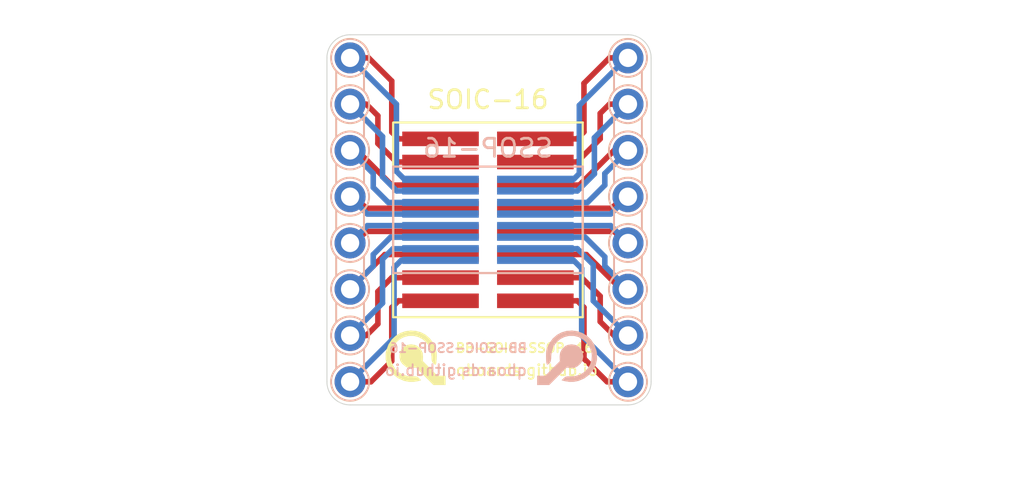
<source format=kicad_pcb>
(kicad_pcb (version 20171130) (host pcbnew "(5.1.2)-1")

  (general
    (thickness 1.2)
    (drawings 9)
    (tracks 122)
    (zones 0)
    (modules 7)
    (nets 17)
  )

  (page A4)
  (title_block
    (title BRD-REF)
    (rev 1)
    (company QBoards)
    (comment 1 "Description of the board")
  )

  (layers
    (0 F.Cu signal)
    (31 B.Cu signal)
    (32 B.Adhes user)
    (33 F.Adhes user)
    (34 B.Paste user)
    (35 F.Paste user)
    (36 B.SilkS user)
    (37 F.SilkS user)
    (38 B.Mask user)
    (39 F.Mask user)
    (40 Dwgs.User user)
    (41 Cmts.User user)
    (42 Eco1.User user)
    (43 Eco2.User user)
    (44 Edge.Cuts user)
    (45 Margin user)
    (46 B.CrtYd user)
    (47 F.CrtYd user)
    (48 B.Fab user)
    (49 F.Fab user hide)
  )

  (setup
    (last_trace_width 0.3048)
    (trace_clearance 0.2032)
    (zone_clearance 0.508)
    (zone_45_only no)
    (trace_min 0.1524)
    (via_size 0.8)
    (via_drill 0.4)
    (via_min_size 0.4)
    (via_min_drill 0.3048)
    (uvia_size 0.3)
    (uvia_drill 0.1)
    (uvias_allowed no)
    (uvia_min_size 0.2)
    (uvia_min_drill 0.1)
    (edge_width 0.05)
    (segment_width 0.2)
    (pcb_text_width 0.3)
    (pcb_text_size 1.5 1.5)
    (mod_edge_width 0.12)
    (mod_text_size 1 1)
    (mod_text_width 0.15)
    (pad_size 1.524 1.524)
    (pad_drill 0.762)
    (pad_to_mask_clearance 0.051)
    (solder_mask_min_width 0.25)
    (aux_axis_origin 0 0)
    (visible_elements 7FFFFFFF)
    (pcbplotparams
      (layerselection 0x010fc_ffffffff)
      (usegerberextensions false)
      (usegerberattributes false)
      (usegerberadvancedattributes false)
      (creategerberjobfile false)
      (excludeedgelayer true)
      (linewidth 0.100000)
      (plotframeref false)
      (viasonmask false)
      (mode 1)
      (useauxorigin false)
      (hpglpennumber 1)
      (hpglpenspeed 20)
      (hpglpendiameter 15.000000)
      (psnegative false)
      (psa4output false)
      (plotreference true)
      (plotvalue true)
      (plotinvisibletext false)
      (padsonsilk false)
      (subtractmaskfromsilk false)
      (outputformat 1)
      (mirror false)
      (drillshape 0)
      (scaleselection 1)
      (outputdirectory "output/"))
  )

  (net 0 "")
  (net 1 "Net-(J1-Pad7)")
  (net 2 "Net-(J1-Pad6)")
  (net 3 "Net-(J1-Pad5)")
  (net 4 "Net-(J1-Pad4)")
  (net 5 "Net-(J1-Pad3)")
  (net 6 "Net-(J1-Pad2)")
  (net 7 "Net-(J1-Pad1)")
  (net 8 "Net-(J1-Pad8)")
  (net 9 "Net-(J2-Pad8)")
  (net 10 "Net-(J2-Pad1)")
  (net 11 "Net-(J2-Pad2)")
  (net 12 "Net-(J2-Pad3)")
  (net 13 "Net-(J2-Pad4)")
  (net 14 "Net-(J2-Pad5)")
  (net 15 "Net-(J2-Pad6)")
  (net 16 "Net-(J2-Pad7)")

  (net_class Default "This is the default net class."
    (clearance 0.2032)
    (trace_width 0.3048)
    (via_dia 0.8)
    (via_drill 0.4)
    (uvia_dia 0.3)
    (uvia_drill 0.1)
    (add_net "Net-(J1-Pad1)")
    (add_net "Net-(J1-Pad2)")
    (add_net "Net-(J1-Pad3)")
    (add_net "Net-(J1-Pad4)")
    (add_net "Net-(J1-Pad5)")
    (add_net "Net-(J1-Pad6)")
    (add_net "Net-(J1-Pad7)")
    (add_net "Net-(J1-Pad8)")
    (add_net "Net-(J2-Pad1)")
    (add_net "Net-(J2-Pad2)")
    (add_net "Net-(J2-Pad3)")
    (add_net "Net-(J2-Pad4)")
    (add_net "Net-(J2-Pad5)")
    (add_net "Net-(J2-Pad6)")
    (add_net "Net-(J2-Pad7)")
    (add_net "Net-(J2-Pad8)")
  )

  (net_class Minimal ""
    (clearance 0.1524)
    (trace_width 0.1524)
    (via_dia 0.8)
    (via_drill 0.4)
    (uvia_dia 0.3)
    (uvia_drill 0.1)
  )

  (module qboards_connectors:PinHeader_1x08_P2.54mm_Vertical_dual locked (layer F.Cu) (tedit 5DA322A8) (tstamp 5DA236B3)
    (at 114.3 91.44)
    (descr "Through hole straight pin header, 1x07, 2.54mm pitch, single row")
    (tags "Through hole pin header THT 1x07 2.54mm single row")
    (path /5DA1B593)
    (fp_text reference J1 (at -0.0508 -1.8288) (layer F.SilkS) hide
      (effects (font (size 0.6 0.6) (thickness 0.1)))
    )
    (fp_text value Conn_01x08_Male (at 0 20.11) (layer B.Fab)
      (effects (font (size 1 1) (thickness 0.15)) (justify mirror))
    )
    (fp_line (start 0.762 15.9766) (end 0.762 17.0434) (layer B.SilkS) (width 0.1))
    (fp_line (start 0.762 13.4366) (end 0.762 14.5034) (layer B.SilkS) (width 0.1))
    (fp_line (start 0.762 10.8966) (end 0.762 11.9634) (layer B.SilkS) (width 0.1))
    (fp_line (start 0.762 8.3566) (end 0.762 9.4234) (layer B.SilkS) (width 0.1))
    (fp_line (start 0.762 5.8166) (end 0.762 6.8834) (layer B.SilkS) (width 0.1))
    (fp_line (start 0.762 3.2766) (end 0.762 4.3434) (layer B.SilkS) (width 0.1))
    (fp_line (start -0.762 15.9766) (end -0.762 17.0434) (layer B.SilkS) (width 0.1))
    (fp_line (start -0.762 13.4366) (end -0.762 14.5034) (layer B.SilkS) (width 0.1))
    (fp_line (start -0.762 10.8966) (end -0.762 11.9634) (layer B.SilkS) (width 0.1))
    (fp_line (start -0.762 8.3566) (end -0.762 9.4234) (layer B.SilkS) (width 0.1))
    (fp_line (start -0.762 5.8166) (end -0.762 6.8834) (layer B.SilkS) (width 0.1))
    (fp_line (start -0.762 3.2766) (end -0.762 4.3434) (layer B.SilkS) (width 0.1))
    (fp_circle (center 0 17.78) (end 0.0254 16.7386) (layer B.SilkS) (width 0.1))
    (fp_circle (center 0 15.24) (end 0.0254 14.1986) (layer B.SilkS) (width 0.1))
    (fp_circle (center 0 12.7) (end 0.0254 11.6586) (layer B.SilkS) (width 0.1))
    (fp_circle (center 0 10.16) (end 0.0254 9.1186) (layer B.SilkS) (width 0.1))
    (fp_circle (center 0 7.62) (end 0.0254 6.5786) (layer B.SilkS) (width 0.1))
    (fp_circle (center 0 5.08) (end 0.0254 4.0386) (layer B.SilkS) (width 0.1))
    (fp_circle (center 0 2.54) (end 0.0254 1.4986) (layer B.SilkS) (width 0.1))
    (fp_line (start 0.762 0.7366) (end 0.762 1.8034) (layer B.SilkS) (width 0.1))
    (fp_line (start -0.762 0.7366) (end -0.762 1.8034) (layer B.SilkS) (width 0.1))
    (fp_circle (center 0 0) (end 0.0254 -1.0414) (layer B.SilkS) (width 0.1))
    (fp_line (start -0.762 16.002) (end -0.762 17.018) (layer F.SilkS) (width 0.1))
    (fp_line (start 0.762 16.002) (end 0.762 17.018) (layer F.SilkS) (width 0.1))
    (fp_circle (center 0 17.78) (end 0.8128 18.4404) (layer F.SilkS) (width 0.1))
    (fp_line (start -1.27 19.05) (end 1.27 19.05) (layer B.CrtYd) (width 0.12))
    (fp_line (start -1.27 -1.26) (end -1.27 19.05) (layer B.CrtYd) (width 0.12))
    (fp_line (start 1.27 -1.26) (end -1.27 -1.26) (layer B.CrtYd) (width 0.12))
    (fp_line (start 1.27 19.05) (end 1.27 -1.26) (layer B.CrtYd) (width 0.12))
    (fp_line (start -0.762 13.462) (end -0.762 14.478) (layer F.SilkS) (width 0.1))
    (fp_line (start -0.762 10.922) (end -0.762 11.938) (layer F.SilkS) (width 0.1))
    (fp_line (start -0.762 8.382) (end -0.762 9.398) (layer F.SilkS) (width 0.1))
    (fp_line (start -0.762 5.842) (end -0.762 6.858) (layer F.SilkS) (width 0.1))
    (fp_line (start -0.762 3.302) (end -0.762 4.318) (layer F.SilkS) (width 0.1))
    (fp_line (start 0.762 13.462) (end 0.762 14.478) (layer F.SilkS) (width 0.1))
    (fp_line (start 0.762 10.922) (end 0.762 11.938) (layer F.SilkS) (width 0.1))
    (fp_line (start 0.762 8.382) (end 0.762 9.398) (layer F.SilkS) (width 0.1))
    (fp_line (start 0.762 5.842) (end 0.762 6.858) (layer F.SilkS) (width 0.1))
    (fp_line (start 0.762 3.302) (end 0.762 4.318) (layer F.SilkS) (width 0.1))
    (fp_line (start 0.762 0.762) (end 0.762 1.778) (layer F.SilkS) (width 0.1))
    (fp_line (start -0.762 0.762) (end -0.762 1.778) (layer F.SilkS) (width 0.1))
    (fp_circle (center 0 15.24) (end 0.8128 15.9004) (layer F.SilkS) (width 0.1))
    (fp_circle (center 0 12.7) (end 0.8128 13.3604) (layer F.SilkS) (width 0.1))
    (fp_circle (center 0 10.16) (end 0.8128 10.8204) (layer F.SilkS) (width 0.1))
    (fp_circle (center 0 7.62) (end 0.8128 8.2804) (layer F.SilkS) (width 0.1))
    (fp_circle (center 0 5.08) (end 0.8128 5.7404) (layer F.SilkS) (width 0.1))
    (fp_circle (center 0 2.54) (end 0.8128 3.2004) (layer F.SilkS) (width 0.1))
    (fp_circle (center 0 0) (end 0.8128 0.6604) (layer F.SilkS) (width 0.1))
    (fp_line (start -0.635 -1.27) (end 1.27 -1.27) (layer B.Fab) (width 0.1))
    (fp_line (start 1.27 -1.27) (end 1.27 19.05) (layer B.Fab) (width 0.1))
    (fp_line (start 1.27 19.05) (end -1.27 19.05) (layer B.Fab) (width 0.1))
    (fp_line (start -1.27 19.05) (end -1.27 -0.635) (layer B.Fab) (width 0.1))
    (fp_line (start -1.27 -0.635) (end -0.635 -1.27) (layer B.Fab) (width 0.1))
    (fp_line (start -1.016 -1.016) (end -1.016 18.8214) (layer F.CrtYd) (width 0.05))
    (fp_line (start -1.016 18.8214) (end 1.016 18.8214) (layer F.CrtYd) (width 0.05))
    (fp_line (start 1.016 18.8214) (end 1.016 -1.016) (layer F.CrtYd) (width 0.05))
    (fp_line (start 1.016 -1.016) (end -1.016 -1.016) (layer F.CrtYd) (width 0.05))
    (fp_text user %R (at 0 7.62 90) (layer B.Fab)
      (effects (font (size 1 1) (thickness 0.15)) (justify mirror))
    )
    (pad 8 thru_hole oval (at 0 17.78) (size 1.7 1.7) (drill 1) (layers *.Cu *.Mask)
      (net 8 "Net-(J1-Pad8)"))
    (pad 1 thru_hole circle (at 0 0) (size 1.7 1.7) (drill 1) (layers *.Cu *.Mask)
      (net 7 "Net-(J1-Pad1)"))
    (pad 2 thru_hole oval (at 0 2.54) (size 1.7 1.7) (drill 1) (layers *.Cu *.Mask)
      (net 6 "Net-(J1-Pad2)"))
    (pad 3 thru_hole oval (at 0 5.08) (size 1.7 1.7) (drill 1) (layers *.Cu *.Mask)
      (net 5 "Net-(J1-Pad3)"))
    (pad 4 thru_hole oval (at 0 7.62) (size 1.7 1.7) (drill 1) (layers *.Cu *.Mask)
      (net 4 "Net-(J1-Pad4)"))
    (pad 5 thru_hole oval (at 0 10.16) (size 1.7 1.7) (drill 1) (layers *.Cu *.Mask)
      (net 3 "Net-(J1-Pad5)"))
    (pad 6 thru_hole oval (at 0 12.7) (size 1.7 1.7) (drill 1) (layers *.Cu *.Mask)
      (net 2 "Net-(J1-Pad6)"))
    (pad 7 thru_hole oval (at 0 15.24) (size 1.7 1.7) (drill 1) (layers *.Cu *.Mask)
      (net 1 "Net-(J1-Pad7)"))
    (model ${KISYS3DMOD}/Connector_PinHeader_2.54mm.3dshapes/PinHeader_1x08_P2.54mm_Vertical.wrl
      (offset (xyz 0 0 -2))
      (scale (xyz 1 1 1))
      (rotate (xyz 0 180 0))
    )
  )

  (module qboards_connectors:PinHeader_1x08_P2.54mm_Vertical_dual locked (layer F.Cu) (tedit 5DA322A8) (tstamp 5DA236EC)
    (at 129.54 109.22 180)
    (descr "Through hole straight pin header, 1x07, 2.54mm pitch, single row")
    (tags "Through hole pin header THT 1x07 2.54mm single row")
    (path /5DA1BEAE)
    (fp_text reference J2 (at -0.0508 -1.8288) (layer F.SilkS) hide
      (effects (font (size 0.6 0.6) (thickness 0.1)))
    )
    (fp_text value Conn_01x08_Male (at 0 20.11) (layer B.Fab)
      (effects (font (size 1 1) (thickness 0.15)) (justify mirror))
    )
    (fp_line (start 0.762 15.9766) (end 0.762 17.0434) (layer B.SilkS) (width 0.1))
    (fp_line (start 0.762 13.4366) (end 0.762 14.5034) (layer B.SilkS) (width 0.1))
    (fp_line (start 0.762 10.8966) (end 0.762 11.9634) (layer B.SilkS) (width 0.1))
    (fp_line (start 0.762 8.3566) (end 0.762 9.4234) (layer B.SilkS) (width 0.1))
    (fp_line (start 0.762 5.8166) (end 0.762 6.8834) (layer B.SilkS) (width 0.1))
    (fp_line (start 0.762 3.2766) (end 0.762 4.3434) (layer B.SilkS) (width 0.1))
    (fp_line (start -0.762 15.9766) (end -0.762 17.0434) (layer B.SilkS) (width 0.1))
    (fp_line (start -0.762 13.4366) (end -0.762 14.5034) (layer B.SilkS) (width 0.1))
    (fp_line (start -0.762 10.8966) (end -0.762 11.9634) (layer B.SilkS) (width 0.1))
    (fp_line (start -0.762 8.3566) (end -0.762 9.4234) (layer B.SilkS) (width 0.1))
    (fp_line (start -0.762 5.8166) (end -0.762 6.8834) (layer B.SilkS) (width 0.1))
    (fp_line (start -0.762 3.2766) (end -0.762 4.3434) (layer B.SilkS) (width 0.1))
    (fp_circle (center 0 17.78) (end 0.0254 16.7386) (layer B.SilkS) (width 0.1))
    (fp_circle (center 0 15.24) (end 0.0254 14.1986) (layer B.SilkS) (width 0.1))
    (fp_circle (center 0 12.7) (end 0.0254 11.6586) (layer B.SilkS) (width 0.1))
    (fp_circle (center 0 10.16) (end 0.0254 9.1186) (layer B.SilkS) (width 0.1))
    (fp_circle (center 0 7.62) (end 0.0254 6.5786) (layer B.SilkS) (width 0.1))
    (fp_circle (center 0 5.08) (end 0.0254 4.0386) (layer B.SilkS) (width 0.1))
    (fp_circle (center 0 2.54) (end 0.0254 1.4986) (layer B.SilkS) (width 0.1))
    (fp_line (start 0.762 0.7366) (end 0.762 1.8034) (layer B.SilkS) (width 0.1))
    (fp_line (start -0.762 0.7366) (end -0.762 1.8034) (layer B.SilkS) (width 0.1))
    (fp_circle (center 0 0) (end 0.0254 -1.0414) (layer B.SilkS) (width 0.1))
    (fp_line (start -0.762 16.002) (end -0.762 17.018) (layer F.SilkS) (width 0.1))
    (fp_line (start 0.762 16.002) (end 0.762 17.018) (layer F.SilkS) (width 0.1))
    (fp_circle (center 0 17.78) (end 0.8128 18.4404) (layer F.SilkS) (width 0.1))
    (fp_line (start -1.27 19.05) (end 1.27 19.05) (layer B.CrtYd) (width 0.12))
    (fp_line (start -1.27 -1.26) (end -1.27 19.05) (layer B.CrtYd) (width 0.12))
    (fp_line (start 1.27 -1.26) (end -1.27 -1.26) (layer B.CrtYd) (width 0.12))
    (fp_line (start 1.27 19.05) (end 1.27 -1.26) (layer B.CrtYd) (width 0.12))
    (fp_line (start -0.762 13.462) (end -0.762 14.478) (layer F.SilkS) (width 0.1))
    (fp_line (start -0.762 10.922) (end -0.762 11.938) (layer F.SilkS) (width 0.1))
    (fp_line (start -0.762 8.382) (end -0.762 9.398) (layer F.SilkS) (width 0.1))
    (fp_line (start -0.762 5.842) (end -0.762 6.858) (layer F.SilkS) (width 0.1))
    (fp_line (start -0.762 3.302) (end -0.762 4.318) (layer F.SilkS) (width 0.1))
    (fp_line (start 0.762 13.462) (end 0.762 14.478) (layer F.SilkS) (width 0.1))
    (fp_line (start 0.762 10.922) (end 0.762 11.938) (layer F.SilkS) (width 0.1))
    (fp_line (start 0.762 8.382) (end 0.762 9.398) (layer F.SilkS) (width 0.1))
    (fp_line (start 0.762 5.842) (end 0.762 6.858) (layer F.SilkS) (width 0.1))
    (fp_line (start 0.762 3.302) (end 0.762 4.318) (layer F.SilkS) (width 0.1))
    (fp_line (start 0.762 0.762) (end 0.762 1.778) (layer F.SilkS) (width 0.1))
    (fp_line (start -0.762 0.762) (end -0.762 1.778) (layer F.SilkS) (width 0.1))
    (fp_circle (center 0 15.24) (end 0.8128 15.9004) (layer F.SilkS) (width 0.1))
    (fp_circle (center 0 12.7) (end 0.8128 13.3604) (layer F.SilkS) (width 0.1))
    (fp_circle (center 0 10.16) (end 0.8128 10.8204) (layer F.SilkS) (width 0.1))
    (fp_circle (center 0 7.62) (end 0.8128 8.2804) (layer F.SilkS) (width 0.1))
    (fp_circle (center 0 5.08) (end 0.8128 5.7404) (layer F.SilkS) (width 0.1))
    (fp_circle (center 0 2.54) (end 0.8128 3.2004) (layer F.SilkS) (width 0.1))
    (fp_circle (center 0 0) (end 0.8128 0.6604) (layer F.SilkS) (width 0.1))
    (fp_line (start -0.635 -1.27) (end 1.27 -1.27) (layer B.Fab) (width 0.1))
    (fp_line (start 1.27 -1.27) (end 1.27 19.05) (layer B.Fab) (width 0.1))
    (fp_line (start 1.27 19.05) (end -1.27 19.05) (layer B.Fab) (width 0.1))
    (fp_line (start -1.27 19.05) (end -1.27 -0.635) (layer B.Fab) (width 0.1))
    (fp_line (start -1.27 -0.635) (end -0.635 -1.27) (layer B.Fab) (width 0.1))
    (fp_line (start -1.016 -1.016) (end -1.016 18.8214) (layer F.CrtYd) (width 0.05))
    (fp_line (start -1.016 18.8214) (end 1.016 18.8214) (layer F.CrtYd) (width 0.05))
    (fp_line (start 1.016 18.8214) (end 1.016 -1.016) (layer F.CrtYd) (width 0.05))
    (fp_line (start 1.016 -1.016) (end -1.016 -1.016) (layer F.CrtYd) (width 0.05))
    (fp_text user %R (at 0 7.62 90) (layer B.Fab)
      (effects (font (size 1 1) (thickness 0.15)) (justify mirror))
    )
    (pad 8 thru_hole oval (at 0 17.78 180) (size 1.7 1.7) (drill 1) (layers *.Cu *.Mask)
      (net 9 "Net-(J2-Pad8)"))
    (pad 1 thru_hole circle (at 0 0 180) (size 1.7 1.7) (drill 1) (layers *.Cu *.Mask)
      (net 10 "Net-(J2-Pad1)"))
    (pad 2 thru_hole oval (at 0 2.54 180) (size 1.7 1.7) (drill 1) (layers *.Cu *.Mask)
      (net 11 "Net-(J2-Pad2)"))
    (pad 3 thru_hole oval (at 0 5.08 180) (size 1.7 1.7) (drill 1) (layers *.Cu *.Mask)
      (net 12 "Net-(J2-Pad3)"))
    (pad 4 thru_hole oval (at 0 7.62 180) (size 1.7 1.7) (drill 1) (layers *.Cu *.Mask)
      (net 13 "Net-(J2-Pad4)"))
    (pad 5 thru_hole oval (at 0 10.16 180) (size 1.7 1.7) (drill 1) (layers *.Cu *.Mask)
      (net 14 "Net-(J2-Pad5)"))
    (pad 6 thru_hole oval (at 0 12.7 180) (size 1.7 1.7) (drill 1) (layers *.Cu *.Mask)
      (net 15 "Net-(J2-Pad6)"))
    (pad 7 thru_hole oval (at 0 15.24 180) (size 1.7 1.7) (drill 1) (layers *.Cu *.Mask)
      (net 16 "Net-(J2-Pad7)"))
    (model ${KISYS3DMOD}/Connector_PinHeader_2.54mm.3dshapes/PinHeader_1x08_P2.54mm_Vertical.wrl
      (offset (xyz 0 0 -2))
      (scale (xyz 1 1 1))
      (rotate (xyz 0 180 0))
    )
  )

  (module qboards_aesthetics:logo_url-3mm (layer F.Cu) (tedit 5CF579B1) (tstamp 5DA43827)
    (at 117.602 107.823)
    (fp_text reference BB-SOIC-SSOP-16 (at 2.4384 -0.4572) (layer F.SilkS)
      (effects (font (size 0.5 0.5) (thickness 0.1)) (justify left))
    )
    (fp_text value LOGO_BRD_REF (at 0 2.3622) (layer F.SilkS) hide
      (effects (font (size 0.6 0.6) (thickness 0.1)))
    )
    (fp_poly (pts (xy 0.229107 -0.630267) (xy 0.384132 -0.565267) (xy 0.392712 -0.559141) (xy 0.571873 -0.387566)
      (xy 0.671563 -0.193924) (xy 0.695785 0.029709) (xy 0.695247 0.039303) (xy 0.681566 0.260639)
      (xy 1.082897 0.66372) (xy 1.484227 1.0668) (xy 1.9304 1.0668) (xy 1.9304 1.5748)
      (xy 1.272852 1.5748) (xy 0.794695 1.095283) (xy 0.316537 0.615765) (xy 0.096885 0.633387)
      (xy -0.056582 0.636172) (xy -0.169617 0.608257) (xy -0.267041 0.551988) (xy -0.441484 0.406408)
      (xy -0.543765 0.250165) (xy -0.585771 0.062377) (xy -0.588434 -0.0127) (xy -0.563995 -0.217089)
      (xy -0.482479 -0.383076) (xy -0.331592 -0.533767) (xy -0.296964 -0.560417) (xy -0.146721 -0.627908)
      (xy 0.040396 -0.651169) (xy 0.229107 -0.630267)) (layer F.SilkS) (width 0.01))
    (fp_poly (pts (xy 0.301751 -1.394461) (xy 0.582667 -1.316111) (xy 0.844161 -1.176542) (xy 1.075553 -0.974514)
      (xy 1.266161 -0.708785) (xy 1.303875 -0.636973) (xy 1.37773 -0.475836) (xy 1.419998 -0.342842)
      (xy 1.439126 -0.20029) (xy 1.443566 -0.013664) (xy 1.439594 0.157438) (xy 1.429078 0.303015)
      (xy 1.414115 0.396238) (xy 1.410711 0.406392) (xy 1.383931 0.456332) (xy 1.348489 0.45341)
      (xy 1.279461 0.394371) (xy 1.273128 0.388429) (xy 1.21484 0.321997) (xy 1.182885 0.243632)
      (xy 1.169652 0.126196) (xy 1.16747 0.011671) (xy 1.130012 -0.29018) (xy 1.02716 -0.553497)
      (xy 0.869991 -0.773577) (xy 0.669584 -0.945712) (xy 0.437018 -1.065199) (xy 0.183372 -1.127332)
      (xy -0.080277 -1.127405) (xy -0.342849 -1.060714) (xy -0.593266 -0.922552) (xy -0.738616 -0.797882)
      (xy -0.922376 -0.561969) (xy -1.032169 -0.306442) (xy -1.072891 -0.042499) (xy -1.049439 0.218666)
      (xy -0.966708 0.465853) (xy -0.829594 0.687868) (xy -0.642992 0.873513) (xy -0.411797 1.011592)
      (xy -0.140906 1.090908) (xy 0.09333 1.104832) (xy 0.248968 1.102978) (xy 0.34842 1.116252)
      (xy 0.419803 1.151909) (xy 0.478353 1.204178) (xy 0.587693 1.313518) (xy 0.422963 1.359256)
      (xy 0.178868 1.397375) (xy -0.090528 1.392549) (xy -0.338117 1.345713) (xy -0.343492 1.344052)
      (xy -0.660977 1.204782) (xy -0.925946 1.007348) (xy -1.132568 0.76185) (xy -1.275016 0.47839)
      (xy -1.347458 0.167068) (xy -1.344068 -0.162016) (xy -1.311358 -0.333052) (xy -1.193529 -0.648479)
      (xy -1.020362 -0.911375) (xy -0.802536 -1.1205) (xy -0.550731 -1.274612) (xy -0.275628 -1.372471)
      (xy 0.012092 -1.412834) (xy 0.301751 -1.394461)) (layer F.SilkS) (width 0.01))
    (fp_text user qboards.github.io (at 2.4384 0.762) (layer F.SilkS)
      (effects (font (size 0.6 0.6) (thickness 0.1)) (justify left))
    )
  )

  (module qboards_ic:SSOP-16 locked (layer B.Cu) (tedit 5DA3171F) (tstamp 5DA23726)
    (at 121.86 100.33 90)
    (path /5DA28B75)
    (attr smd)
    (fp_text reference SSOP-16 (at 3.937 0) (layer B.SilkS)
      (effects (font (size 1 1) (thickness 0.15)) (justify mirror))
    )
    (fp_text value IC-16 (at 0 0 270) (layer B.Fab)
      (effects (font (size 1 1) (thickness 0.15)) (justify mirror))
    )
    (fp_line (start -2.67 -4.95) (end -2.67 4.95) (layer B.CrtYd) (width 0.05))
    (fp_line (start 2.67 -4.95) (end -2.67 -4.95) (layer B.CrtYd) (width 0.05))
    (fp_line (start 2.67 4.95) (end 2.67 -4.95) (layer B.CrtYd) (width 0.05))
    (fp_line (start -2.67 4.95) (end 2.67 4.95) (layer B.CrtYd) (width 0.05))
    (fp_line (start 2.9225 -5.2) (end -2.921 -5.2) (layer B.SilkS) (width 0.12))
    (fp_line (start 2.9225 5.2) (end 2.9225 -5.2) (layer B.SilkS) (width 0.12))
    (fp_line (start -2.9225 5.2) (end 2.9225 5.2) (layer B.SilkS) (width 0.12))
    (fp_line (start -2.921 -5.2) (end -2.9225 5.2) (layer B.SilkS) (width 0.12))
    (pad 8 smd rect (at 2.2225 -2.6 90) (size 0.4 4.2) (layers B.Cu B.Paste B.Mask)
      (net 7 "Net-(J1-Pad1)"))
    (pad 9 smd rect (at 2.2225 2.6 90) (size 0.4 4.2) (layers B.Cu B.Paste B.Mask)
      (net 9 "Net-(J2-Pad8)"))
    (pad 7 smd rect (at 1.5875 -2.6 90) (size 0.4 4.2) (layers B.Cu B.Paste B.Mask)
      (net 6 "Net-(J1-Pad2)"))
    (pad 10 smd rect (at 1.5875 2.6 90) (size 0.4 4.2) (layers B.Cu B.Paste B.Mask)
      (net 16 "Net-(J2-Pad7)"))
    (pad 6 smd rect (at 0.9525 -2.6 90) (size 0.4 4.2) (layers B.Cu B.Paste B.Mask)
      (net 5 "Net-(J1-Pad3)"))
    (pad 11 smd rect (at 0.9525 2.6 90) (size 0.4 4.2) (layers B.Cu B.Paste B.Mask)
      (net 15 "Net-(J2-Pad6)"))
    (pad 5 smd rect (at 0.3175 -2.6 90) (size 0.4 4.2) (layers B.Cu B.Paste B.Mask)
      (net 4 "Net-(J1-Pad4)"))
    (pad 12 smd rect (at 0.3175 2.6 90) (size 0.4 4.2) (layers B.Cu B.Paste B.Mask)
      (net 14 "Net-(J2-Pad5)"))
    (pad 4 smd rect (at -0.3175 -2.6 90) (size 0.4 4.2) (layers B.Cu B.Paste B.Mask)
      (net 3 "Net-(J1-Pad5)"))
    (pad 13 smd rect (at -0.3175 2.6 90) (size 0.4 4.2) (layers B.Cu B.Paste B.Mask)
      (net 13 "Net-(J2-Pad4)"))
    (pad 3 smd rect (at -0.9525 -2.6 90) (size 0.4 4.2) (layers B.Cu B.Paste B.Mask)
      (net 2 "Net-(J1-Pad6)"))
    (pad 14 smd rect (at -0.9525 2.6 90) (size 0.4 4.2) (layers B.Cu B.Paste B.Mask)
      (net 12 "Net-(J2-Pad3)"))
    (pad 2 smd rect (at -1.5875 -2.6 90) (size 0.4 4.2) (layers B.Cu B.Paste B.Mask)
      (net 1 "Net-(J1-Pad7)"))
    (pad 15 smd rect (at -1.5875 2.6 90) (size 0.4 4.2) (layers B.Cu B.Paste B.Mask)
      (net 11 "Net-(J2-Pad2)"))
    (pad 1 smd rect (at -2.2225 -2.6 90) (size 0.4 4.2) (layers B.Cu B.Paste B.Mask)
      (net 8 "Net-(J1-Pad8)"))
    (pad 16 smd rect (at -2.2225 2.6 90) (size 0.4 4.2) (layers B.Cu B.Paste B.Mask)
      (net 10 "Net-(J2-Pad1)"))
  )

  (module qboards_ic:SOIC-16 locked (layer F.Cu) (tedit 5DA3172B) (tstamp 5DA23709)
    (at 121.86 100.33 270)
    (path /5DA28275)
    (attr smd)
    (fp_text reference SOIC-16 (at -6.604 -0.0035) (layer F.SilkS)
      (effects (font (size 1 1) (thickness 0.15)))
    )
    (fp_text value IC-16 (at 0 0 90) (layer F.Fab)
      (effects (font (size 1 1) (thickness 0.15)))
    )
    (fp_line (start -5.1 4.95) (end -5.1 -4.95) (layer F.CrtYd) (width 0.05))
    (fp_line (start 5.1 4.95) (end -5.1 4.95) (layer F.CrtYd) (width 0.05))
    (fp_line (start 5.1 -4.95) (end 5.1 4.95) (layer F.CrtYd) (width 0.05))
    (fp_line (start -5.1 -4.95) (end 5.1 -4.95) (layer F.CrtYd) (width 0.05))
    (fp_line (start 5.345 5.2) (end -5.334 5.2) (layer F.SilkS) (width 0.12))
    (fp_line (start 5.345 -5.2) (end 5.345 5.2) (layer F.SilkS) (width 0.12))
    (fp_line (start -5.345 -5.2) (end 5.345 -5.2) (layer F.SilkS) (width 0.12))
    (fp_line (start -5.345 5.1816) (end -5.345 -5.2) (layer F.SilkS) (width 0.12))
    (pad 8 smd rect (at 4.445 2.6 270) (size 0.8 4.2) (layers F.Cu F.Paste F.Mask)
      (net 8 "Net-(J1-Pad8)"))
    (pad 9 smd rect (at 4.445 -2.6 270) (size 0.8 4.2) (layers F.Cu F.Paste F.Mask)
      (net 10 "Net-(J2-Pad1)"))
    (pad 7 smd rect (at 3.175 2.6 270) (size 0.8 4.2) (layers F.Cu F.Paste F.Mask)
      (net 1 "Net-(J1-Pad7)"))
    (pad 10 smd rect (at 3.175 -2.6 270) (size 0.8 4.2) (layers F.Cu F.Paste F.Mask)
      (net 11 "Net-(J2-Pad2)"))
    (pad 6 smd rect (at 1.905 2.6 270) (size 0.8 4.2) (layers F.Cu F.Paste F.Mask)
      (net 2 "Net-(J1-Pad6)"))
    (pad 11 smd rect (at 1.905 -2.6 270) (size 0.8 4.2) (layers F.Cu F.Paste F.Mask)
      (net 12 "Net-(J2-Pad3)"))
    (pad 5 smd rect (at 0.635 2.6 270) (size 0.8 4.2) (layers F.Cu F.Paste F.Mask)
      (net 3 "Net-(J1-Pad5)"))
    (pad 12 smd rect (at 0.635 -2.6 270) (size 0.8 4.2) (layers F.Cu F.Paste F.Mask)
      (net 13 "Net-(J2-Pad4)"))
    (pad 4 smd rect (at -0.635 2.6 270) (size 0.8 4.2) (layers F.Cu F.Paste F.Mask)
      (net 4 "Net-(J1-Pad4)"))
    (pad 13 smd rect (at -0.635 -2.6 270) (size 0.8 4.2) (layers F.Cu F.Paste F.Mask)
      (net 14 "Net-(J2-Pad5)"))
    (pad 3 smd rect (at -1.905 2.6 270) (size 0.8 4.2) (layers F.Cu F.Paste F.Mask)
      (net 5 "Net-(J1-Pad3)"))
    (pad 14 smd rect (at -1.905 -2.6 270) (size 0.8 4.2) (layers F.Cu F.Paste F.Mask)
      (net 15 "Net-(J2-Pad6)"))
    (pad 2 smd rect (at -3.175 2.6 270) (size 0.8 4.2) (layers F.Cu F.Paste F.Mask)
      (net 6 "Net-(J1-Pad2)"))
    (pad 15 smd rect (at -3.175 -2.6 270) (size 0.8 4.2) (layers F.Cu F.Paste F.Mask)
      (net 16 "Net-(J2-Pad7)"))
    (pad 1 smd rect (at -4.445 2.6 270) (size 0.8 4.2) (layers F.Cu F.Paste F.Mask)
      (net 7 "Net-(J1-Pad1)"))
    (pad 16 smd rect (at -4.445 -2.6 270) (size 0.8 4.2) (layers F.Cu F.Paste F.Mask)
      (net 9 "Net-(J2-Pad8)"))
  )

  (module qboards_aesthetics:breadboard-guide (layer F.Cu) (tedit 5CF80C42) (tstamp 5DA2C2B0)
    (at 99.06 91.44)
    (fp_text reference REF** (at 0.508 1.524 90) (layer F.SilkS) hide
      (effects (font (size 1 1) (thickness 0.15)))
    )
    (fp_text value breadboard-guide (at -5.08 11.43 90) (layer F.Fab) hide
      (effects (font (size 1 1) (thickness 0.15)))
    )
    (fp_line (start 52.07 24.13) (end 52.07 -1.27) (layer F.Fab) (width 0.3))
    (fp_line (start -3.81 24.13) (end -3.81 -1.27) (layer F.Fab) (width 0.3))
    (fp_circle (center 15.24 22.86) (end 15.763634 22.86) (layer F.Fab) (width 0.4))
    (fp_circle (center 15.24 20.32) (end 15.763634 20.32) (layer F.Fab) (width 0.4))
    (fp_circle (center 15.24 17.78) (end 15.763634 17.78) (layer F.Fab) (width 0.4))
    (fp_circle (center 15.24 15.24) (end 15.763634 15.24) (layer F.Fab) (width 0.4))
    (fp_circle (center 15.24 12.7) (end 15.763634 12.7) (layer F.Fab) (width 0.4))
    (fp_circle (center 15.24 10.16) (end 15.763634 10.16) (layer F.Fab) (width 0.4))
    (fp_circle (center 15.24 7.62) (end 15.763634 7.62) (layer F.Fab) (width 0.4))
    (fp_circle (center 15.24 5.08) (end 15.763634 5.08) (layer F.Fab) (width 0.4))
    (fp_circle (center 15.24 2.54) (end 15.763634 2.54) (layer F.Fab) (width 0.4))
    (fp_circle (center 27.94 22.86) (end 28.463634 22.86) (layer F.Fab) (width 0.4))
    (fp_circle (center 27.94 20.32) (end 28.463634 20.32) (layer F.Fab) (width 0.4))
    (fp_circle (center 27.94 17.78) (end 28.463634 17.78) (layer F.Fab) (width 0.4))
    (fp_circle (center 27.94 15.24) (end 28.463634 15.24) (layer F.Fab) (width 0.4))
    (fp_circle (center 27.94 12.7) (end 28.463634 12.7) (layer F.Fab) (width 0.4))
    (fp_circle (center 27.94 10.16) (end 28.463634 10.16) (layer F.Fab) (width 0.4))
    (fp_circle (center 27.94 7.62) (end 28.463634 7.62) (layer F.Fab) (width 0.4))
    (fp_circle (center 27.94 5.08) (end 28.463634 5.08) (layer F.Fab) (width 0.4))
    (fp_circle (center 27.94 2.54) (end 28.463634 2.54) (layer F.Fab) (width 0.4))
    (fp_circle (center 2.524366 22.86) (end 3.048 22.86) (layer F.Fab) (width 0.4))
    (fp_circle (center 2.524366 20.32) (end 3.048 20.32) (layer F.Fab) (width 0.4))
    (fp_circle (center 2.524366 17.78) (end 3.048 17.78) (layer F.Fab) (width 0.4))
    (fp_circle (center 2.524366 15.24) (end 3.048 15.24) (layer F.Fab) (width 0.4))
    (fp_circle (center 2.524366 12.7) (end 3.048 12.7) (layer F.Fab) (width 0.4))
    (fp_circle (center 2.524366 10.16) (end 3.048 10.16) (layer F.Fab) (width 0.4))
    (fp_circle (center 2.524366 7.62) (end 3.048 7.62) (layer F.Fab) (width 0.4))
    (fp_circle (center 2.524366 5.08) (end 3.048 5.08) (layer F.Fab) (width 0.4))
    (fp_circle (center 2.524366 2.54) (end 3.048 2.54) (layer F.Fab) (width 0.4))
    (fp_circle (center 12.7 22.86) (end 13.223634 22.86) (layer F.Fab) (width 0.4))
    (fp_circle (center 12.7 20.32) (end 13.223634 20.32) (layer F.Fab) (width 0.4))
    (fp_circle (center 12.7 17.78) (end 13.223634 17.78) (layer F.Fab) (width 0.4))
    (fp_circle (center 12.7 15.24) (end 13.223634 15.24) (layer F.Fab) (width 0.4))
    (fp_circle (center 12.7 12.7) (end 13.223634 12.7) (layer F.Fab) (width 0.4))
    (fp_circle (center 12.7 10.16) (end 13.223634 10.16) (layer F.Fab) (width 0.4))
    (fp_circle (center 12.7 7.62) (end 13.223634 7.62) (layer F.Fab) (width 0.4))
    (fp_circle (center 12.7 5.08) (end 13.223634 5.08) (layer F.Fab) (width 0.4))
    (fp_circle (center 12.7 2.54) (end 13.223634 2.54) (layer F.Fab) (width 0.4))
    (fp_circle (center 17.78 22.86) (end 18.303634 22.86) (layer F.Fab) (width 0.4))
    (fp_circle (center 17.78 20.32) (end 18.303634 20.32) (layer F.Fab) (width 0.4))
    (fp_circle (center 17.78 17.78) (end 18.303634 17.78) (layer F.Fab) (width 0.4))
    (fp_circle (center 17.78 15.24) (end 18.303634 15.24) (layer F.Fab) (width 0.4))
    (fp_circle (center 17.78 12.7) (end 18.303634 12.7) (layer F.Fab) (width 0.4))
    (fp_circle (center 17.78 10.16) (end 18.303634 10.16) (layer F.Fab) (width 0.4))
    (fp_circle (center 17.78 7.62) (end 18.303634 7.62) (layer F.Fab) (width 0.4))
    (fp_circle (center 17.78 5.08) (end 18.303634 5.08) (layer F.Fab) (width 0.4))
    (fp_circle (center 17.78 2.54) (end 18.303634 2.54) (layer F.Fab) (width 0.4))
    (fp_circle (center 48.244366 22.86) (end 48.768 22.86) (layer F.Fab) (width 0.4))
    (fp_circle (center 48.244366 20.32) (end 48.768 20.32) (layer F.Fab) (width 0.4))
    (fp_circle (center 48.244366 17.78) (end 48.768 17.78) (layer F.Fab) (width 0.4))
    (fp_circle (center 48.244366 15.24) (end 48.768 15.24) (layer F.Fab) (width 0.4))
    (fp_circle (center 48.244366 12.7) (end 48.768 12.7) (layer F.Fab) (width 0.4))
    (fp_circle (center 48.244366 10.16) (end 48.768 10.16) (layer F.Fab) (width 0.4))
    (fp_circle (center 48.244366 7.62) (end 48.768 7.62) (layer F.Fab) (width 0.4))
    (fp_circle (center 48.244366 5.08) (end 48.768 5.08) (layer F.Fab) (width 0.4))
    (fp_circle (center 48.244366 2.54) (end 48.768 2.54) (layer F.Fab) (width 0.4))
    (fp_circle (center 45.72 22.86) (end 46.243634 22.86) (layer F.Fab) (width 0.4))
    (fp_circle (center 45.72 20.32) (end 46.243634 20.32) (layer F.Fab) (width 0.4))
    (fp_circle (center 45.72 17.78) (end 46.243634 17.78) (layer F.Fab) (width 0.4))
    (fp_circle (center 45.72 15.24) (end 46.243634 15.24) (layer F.Fab) (width 0.4))
    (fp_circle (center 45.72 12.7) (end 46.243634 12.7) (layer F.Fab) (width 0.4))
    (fp_circle (center 45.72 10.16) (end 46.243634 10.16) (layer F.Fab) (width 0.4))
    (fp_circle (center 45.72 7.62) (end 46.243634 7.62) (layer F.Fab) (width 0.4))
    (fp_circle (center 45.72 5.08) (end 46.243634 5.08) (layer F.Fab) (width 0.4))
    (fp_circle (center 45.72 2.54) (end 46.243634 2.54) (layer F.Fab) (width 0.4))
    (fp_circle (center 0 22.86) (end 0.523634 22.86) (layer F.Fab) (width 0.4))
    (fp_circle (center 0 20.32) (end 0.523634 20.32) (layer F.Fab) (width 0.4))
    (fp_circle (center 0 17.78) (end 0.523634 17.78) (layer F.Fab) (width 0.4))
    (fp_circle (center 0 15.24) (end 0.523634 15.24) (layer F.Fab) (width 0.4))
    (fp_circle (center 0 12.7) (end 0.523634 12.7) (layer F.Fab) (width 0.4))
    (fp_circle (center 0 10.16) (end 0.523634 10.16) (layer F.Fab) (width 0.4))
    (fp_circle (center 0 7.62) (end 0.523634 7.62) (layer F.Fab) (width 0.4))
    (fp_circle (center 0 5.08) (end 0.523634 5.08) (layer F.Fab) (width 0.4))
    (fp_circle (center 0 2.54) (end 0.523634 2.54) (layer F.Fab) (width 0.4))
    (fp_circle (center 20.304366 22.86) (end 20.828 22.86) (layer F.Fab) (width 0.4))
    (fp_circle (center 20.304366 20.32) (end 20.828 20.32) (layer F.Fab) (width 0.4))
    (fp_circle (center 20.304366 17.78) (end 20.828 17.78) (layer F.Fab) (width 0.4))
    (fp_circle (center 20.304366 15.24) (end 20.828 15.24) (layer F.Fab) (width 0.4))
    (fp_circle (center 20.304366 12.7) (end 20.828 12.7) (layer F.Fab) (width 0.4))
    (fp_circle (center 20.304366 10.16) (end 20.828 10.16) (layer F.Fab) (width 0.4))
    (fp_circle (center 20.304366 7.62) (end 20.828 7.62) (layer F.Fab) (width 0.4))
    (fp_circle (center 20.304366 5.08) (end 20.828 5.08) (layer F.Fab) (width 0.4))
    (fp_circle (center 20.304366 2.54) (end 20.828 2.54) (layer F.Fab) (width 0.4))
    (fp_circle (center 10.16 22.86) (end 10.683634 22.86) (layer F.Fab) (width 0.4))
    (fp_circle (center 10.16 20.32) (end 10.683634 20.32) (layer F.Fab) (width 0.4))
    (fp_circle (center 10.16 17.78) (end 10.683634 17.78) (layer F.Fab) (width 0.4))
    (fp_circle (center 10.16 15.24) (end 10.683634 15.24) (layer F.Fab) (width 0.4))
    (fp_circle (center 10.16 12.7) (end 10.683634 12.7) (layer F.Fab) (width 0.4))
    (fp_circle (center 10.16 10.16) (end 10.683634 10.16) (layer F.Fab) (width 0.4))
    (fp_circle (center 10.16 7.62) (end 10.683634 7.62) (layer F.Fab) (width 0.4))
    (fp_circle (center 10.16 5.08) (end 10.683634 5.08) (layer F.Fab) (width 0.4))
    (fp_circle (center 10.16 2.54) (end 10.683634 2.54) (layer F.Fab) (width 0.4))
    (fp_circle (center 33.02 22.86) (end 33.543634 22.86) (layer F.Fab) (width 0.4))
    (fp_circle (center 33.02 20.32) (end 33.543634 20.32) (layer F.Fab) (width 0.4))
    (fp_circle (center 33.02 17.78) (end 33.543634 17.78) (layer F.Fab) (width 0.4))
    (fp_circle (center 33.02 15.24) (end 33.543634 15.24) (layer F.Fab) (width 0.4))
    (fp_circle (center 33.02 12.7) (end 33.543634 12.7) (layer F.Fab) (width 0.4))
    (fp_circle (center 33.02 10.16) (end 33.543634 10.16) (layer F.Fab) (width 0.4))
    (fp_circle (center 33.02 7.62) (end 33.543634 7.62) (layer F.Fab) (width 0.4))
    (fp_circle (center 33.02 5.08) (end 33.543634 5.08) (layer F.Fab) (width 0.4))
    (fp_circle (center 33.02 2.54) (end 33.543634 2.54) (layer F.Fab) (width 0.4))
    (fp_circle (center 30.48 22.86) (end 31.003634 22.86) (layer F.Fab) (width 0.4))
    (fp_circle (center 30.48 20.32) (end 31.003634 20.32) (layer F.Fab) (width 0.4))
    (fp_circle (center 30.48 17.78) (end 31.003634 17.78) (layer F.Fab) (width 0.4))
    (fp_circle (center 30.48 15.24) (end 31.003634 15.24) (layer F.Fab) (width 0.4))
    (fp_circle (center 30.48 12.7) (end 31.003634 12.7) (layer F.Fab) (width 0.4))
    (fp_circle (center 30.48 10.16) (end 31.003634 10.16) (layer F.Fab) (width 0.4))
    (fp_circle (center 30.48 7.62) (end 31.003634 7.62) (layer F.Fab) (width 0.4))
    (fp_circle (center 30.48 5.08) (end 31.003634 5.08) (layer F.Fab) (width 0.4))
    (fp_circle (center 30.48 2.54) (end 31.003634 2.54) (layer F.Fab) (width 0.4))
    (fp_circle (center 35.56 22.86) (end 36.083634 22.86) (layer F.Fab) (width 0.4))
    (fp_circle (center 35.56 20.32) (end 36.083634 20.32) (layer F.Fab) (width 0.4))
    (fp_circle (center 35.56 17.78) (end 36.083634 17.78) (layer F.Fab) (width 0.4))
    (fp_circle (center 35.56 15.24) (end 36.083634 15.24) (layer F.Fab) (width 0.4))
    (fp_circle (center 35.56 12.7) (end 36.083634 12.7) (layer F.Fab) (width 0.4))
    (fp_circle (center 35.56 10.16) (end 36.083634 10.16) (layer F.Fab) (width 0.4))
    (fp_circle (center 35.56 7.62) (end 36.083634 7.62) (layer F.Fab) (width 0.4))
    (fp_circle (center 35.56 5.08) (end 36.083634 5.08) (layer F.Fab) (width 0.4))
    (fp_circle (center 35.56 2.54) (end 36.083634 2.54) (layer F.Fab) (width 0.4))
    (fp_circle (center 38.084366 22.86) (end 38.608 22.86) (layer F.Fab) (width 0.4))
    (fp_circle (center 38.084366 20.32) (end 38.608 20.32) (layer F.Fab) (width 0.4))
    (fp_circle (center 38.084366 17.78) (end 38.608 17.78) (layer F.Fab) (width 0.4))
    (fp_circle (center 38.084366 15.24) (end 38.608 15.24) (layer F.Fab) (width 0.4))
    (fp_circle (center 38.084366 12.7) (end 38.608 12.7) (layer F.Fab) (width 0.4))
    (fp_circle (center 38.084366 10.16) (end 38.608 10.16) (layer F.Fab) (width 0.4))
    (fp_circle (center 38.084366 7.62) (end 38.608 7.62) (layer F.Fab) (width 0.4))
    (fp_circle (center 38.084366 5.08) (end 38.608 5.08) (layer F.Fab) (width 0.4))
    (fp_circle (center 38.084366 2.54) (end 38.608 2.54) (layer F.Fab) (width 0.4))
    (fp_circle (center 10.16 0) (end 10.683634 0) (layer F.Fab) (width 0.4))
    (fp_circle (center 15.24 0) (end 15.763634 0) (layer F.Fab) (width 0.4))
    (fp_circle (center 12.7 0) (end 13.223634 0) (layer F.Fab) (width 0.4))
    (fp_circle (center 17.78 0) (end 18.303634 0) (layer F.Fab) (width 0.4))
    (fp_circle (center 20.304366 0) (end 20.828 0) (layer F.Fab) (width 0.4))
    (fp_circle (center 2.524366 0) (end 3.048 0) (layer F.Fab) (width 0.4))
    (fp_circle (center 0 0) (end 0.523634 0) (layer F.Fab) (width 0.4))
    (fp_circle (center 45.72 0) (end 46.243634 0) (layer F.Fab) (width 0.4))
    (fp_circle (center 48.244366 0) (end 48.768 0) (layer F.Fab) (width 0.4))
    (fp_circle (center 27.94 0) (end 28.463634 0) (layer F.Fab) (width 0.4))
    (fp_circle (center 30.48 0) (end 31.003634 0) (layer F.Fab) (width 0.4))
    (fp_circle (center 33.02 0) (end 33.543634 0) (layer F.Fab) (width 0.4))
    (fp_circle (center 35.56 0) (end 36.083634 0) (layer F.Fab) (width 0.4))
    (fp_circle (center 38.084366 0) (end 38.608 0) (layer F.Fab) (width 0.4))
  )

  (module qboards_aesthetics:logo_url-3mm (layer B.Cu) (tedit 5CF579B1) (tstamp 5CF87F55)
    (at 126.492 107.823 180)
    (fp_text reference BB-SOIC-SSOP-16 (at 2.4384 0.4572) (layer B.SilkS)
      (effects (font (size 0.5 0.5) (thickness 0.1)) (justify left mirror))
    )
    (fp_text value LOGO_BRD_REF (at 0 -2.3622) (layer B.SilkS) hide
      (effects (font (size 0.6 0.6) (thickness 0.1)) (justify mirror))
    )
    (fp_text user qboards.github.io (at 2.4384 -0.762) (layer B.SilkS)
      (effects (font (size 0.6 0.6) (thickness 0.1)) (justify left mirror))
    )
    (fp_poly (pts (xy 0.301751 1.394461) (xy 0.582667 1.316111) (xy 0.844161 1.176542) (xy 1.075553 0.974514)
      (xy 1.266161 0.708785) (xy 1.303875 0.636973) (xy 1.37773 0.475836) (xy 1.419998 0.342842)
      (xy 1.439126 0.20029) (xy 1.443566 0.013664) (xy 1.439594 -0.157438) (xy 1.429078 -0.303015)
      (xy 1.414115 -0.396238) (xy 1.410711 -0.406392) (xy 1.383931 -0.456332) (xy 1.348489 -0.45341)
      (xy 1.279461 -0.394371) (xy 1.273128 -0.388429) (xy 1.21484 -0.321997) (xy 1.182885 -0.243632)
      (xy 1.169652 -0.126196) (xy 1.16747 -0.011671) (xy 1.130012 0.29018) (xy 1.02716 0.553497)
      (xy 0.869991 0.773577) (xy 0.669584 0.945712) (xy 0.437018 1.065199) (xy 0.183372 1.127332)
      (xy -0.080277 1.127405) (xy -0.342849 1.060714) (xy -0.593266 0.922552) (xy -0.738616 0.797882)
      (xy -0.922376 0.561969) (xy -1.032169 0.306442) (xy -1.072891 0.042499) (xy -1.049439 -0.218666)
      (xy -0.966708 -0.465853) (xy -0.829594 -0.687868) (xy -0.642992 -0.873513) (xy -0.411797 -1.011592)
      (xy -0.140906 -1.090908) (xy 0.09333 -1.104832) (xy 0.248968 -1.102978) (xy 0.34842 -1.116252)
      (xy 0.419803 -1.151909) (xy 0.478353 -1.204178) (xy 0.587693 -1.313518) (xy 0.422963 -1.359256)
      (xy 0.178868 -1.397375) (xy -0.090528 -1.392549) (xy -0.338117 -1.345713) (xy -0.343492 -1.344052)
      (xy -0.660977 -1.204782) (xy -0.925946 -1.007348) (xy -1.132568 -0.76185) (xy -1.275016 -0.47839)
      (xy -1.347458 -0.167068) (xy -1.344068 0.162016) (xy -1.311358 0.333052) (xy -1.193529 0.648479)
      (xy -1.020362 0.911375) (xy -0.802536 1.1205) (xy -0.550731 1.274612) (xy -0.275628 1.372471)
      (xy 0.012092 1.412834) (xy 0.301751 1.394461)) (layer B.SilkS) (width 0.01))
    (fp_poly (pts (xy 0.229107 0.630267) (xy 0.384132 0.565267) (xy 0.392712 0.559141) (xy 0.571873 0.387566)
      (xy 0.671563 0.193924) (xy 0.695785 -0.029709) (xy 0.695247 -0.039303) (xy 0.681566 -0.260639)
      (xy 1.082897 -0.66372) (xy 1.484227 -1.0668) (xy 1.9304 -1.0668) (xy 1.9304 -1.5748)
      (xy 1.272852 -1.5748) (xy 0.794695 -1.095283) (xy 0.316537 -0.615765) (xy 0.096885 -0.633387)
      (xy -0.056582 -0.636172) (xy -0.169617 -0.608257) (xy -0.267041 -0.551988) (xy -0.441484 -0.406408)
      (xy -0.543765 -0.250165) (xy -0.585771 -0.062377) (xy -0.588434 0.0127) (xy -0.563995 0.217089)
      (xy -0.482479 0.383076) (xy -0.331592 0.533767) (xy -0.296964 0.560417) (xy -0.146721 0.627908)
      (xy 0.040396 0.651169) (xy 0.229107 0.630267)) (layer B.SilkS) (width 0.01))
  )

  (gr_arc (start 129.54 109.22) (end 129.54 110.49) (angle -90) (layer Edge.Cuts) (width 0.05) (tstamp 5DA43B8B))
  (gr_arc (start 114.3 109.22) (end 113.03 109.22) (angle -90) (layer Edge.Cuts) (width 0.05) (tstamp 5DA43B88))
  (gr_arc (start 114.3 91.44) (end 114.3 90.17) (angle -90) (layer Edge.Cuts) (width 0.05) (tstamp 5DA43B85))
  (gr_arc (start 129.54 91.44) (end 130.81 91.44) (angle -90) (layer Edge.Cuts) (width 0.05))
  (gr_line (start 113.03 91.44) (end 113.03 109.22) (layer Edge.Cuts) (width 0.05) (tstamp 5DA41990))
  (gr_line (start 129.54 90.17) (end 114.3 90.17) (layer Edge.Cuts) (width 0.05))
  (gr_line (start 130.81 109.22) (end 130.81 91.44) (layer Edge.Cuts) (width 0.05))
  (gr_line (start 114.3 110.49) (end 129.54 110.49) (layer Edge.Cuts) (width 0.05))
  (gr_arc (start 143.129 85.598) (end 144.399 85.598) (angle -90) (layer F.Fab) (width 0.05))

  (segment (start 115.189 106.68) (end 114.3 106.68) (width 0.3048) (layer F.Cu) (net 1))
  (segment (start 115.824 106.045) (end 115.189 106.68) (width 0.3048) (layer F.Cu) (net 1))
  (segment (start 115.824 104.267) (end 115.824 106.045) (width 0.3048) (layer F.Cu) (net 1))
  (segment (start 119.26 103.505) (end 116.586 103.505) (width 0.3048) (layer F.Cu) (net 1))
  (segment (start 116.586 103.505) (end 115.824 104.267) (width 0.3048) (layer F.Cu) (net 1))
  (segment (start 116.078 104.902) (end 114.3 106.68) (width 0.3048) (layer B.Cu) (net 1))
  (segment (start 116.078 102.489) (end 116.078 104.902) (width 0.3048) (layer B.Cu) (net 1))
  (segment (start 119.26 101.9175) (end 116.6495 101.9175) (width 0.3048) (layer B.Cu) (net 1))
  (segment (start 116.6495 101.9175) (end 116.078 102.489) (width 0.3048) (layer B.Cu) (net 1))
  (segment (start 116.205 102.235) (end 114.3 104.14) (width 0.3048) (layer F.Cu) (net 2))
  (segment (start 119.26 102.235) (end 116.205 102.235) (width 0.3048) (layer F.Cu) (net 2))
  (segment (start 115.57 102.87) (end 114.3 104.14) (width 0.3048) (layer B.Cu) (net 2))
  (segment (start 115.57 102.235) (end 115.57 102.87) (width 0.3048) (layer B.Cu) (net 2))
  (segment (start 119.26 101.2825) (end 116.5225 101.2825) (width 0.3048) (layer B.Cu) (net 2))
  (segment (start 116.5225 101.2825) (end 115.57 102.235) (width 0.3048) (layer B.Cu) (net 2))
  (segment (start 114.554 101.6) (end 114.3 101.6) (width 0.3048) (layer F.Cu) (net 3))
  (segment (start 119.26 100.965) (end 115.189 100.965) (width 0.3048) (layer F.Cu) (net 3))
  (segment (start 115.189 100.965) (end 114.554 101.6) (width 0.3048) (layer F.Cu) (net 3))
  (segment (start 115.2525 100.6475) (end 114.3 101.6) (width 0.3048) (layer B.Cu) (net 3))
  (segment (start 119.26 100.6475) (end 115.2525 100.6475) (width 0.3048) (layer B.Cu) (net 3))
  (segment (start 114.554 99.06) (end 114.3 99.06) (width 0.3048) (layer F.Cu) (net 4))
  (segment (start 119.26 99.695) (end 115.189 99.695) (width 0.3048) (layer F.Cu) (net 4))
  (segment (start 115.189 99.695) (end 114.554 99.06) (width 0.3048) (layer F.Cu) (net 4))
  (segment (start 115.2525 100.0125) (end 114.3 99.06) (width 0.3048) (layer B.Cu) (net 4))
  (segment (start 119.26 100.0125) (end 115.2525 100.0125) (width 0.3048) (layer B.Cu) (net 4))
  (segment (start 114.681 96.52) (end 114.3 96.52) (width 0.3048) (layer F.Cu) (net 5))
  (segment (start 119.26 98.425) (end 116.586 98.425) (width 0.3048) (layer F.Cu) (net 5))
  (segment (start 116.586 98.425) (end 114.681 96.52) (width 0.3048) (layer F.Cu) (net 5))
  (segment (start 115.57 97.79) (end 114.3 96.52) (width 0.3048) (layer B.Cu) (net 5))
  (segment (start 115.57 98.552) (end 115.57 97.79) (width 0.3048) (layer B.Cu) (net 5))
  (segment (start 116.3955 99.3775) (end 115.57 98.552) (width 0.3048) (layer B.Cu) (net 5))
  (segment (start 119.26 99.3775) (end 116.3955 99.3775) (width 0.3048) (layer B.Cu) (net 5))
  (segment (start 115.189 93.98) (end 114.3 93.98) (width 0.3048) (layer F.Cu) (net 6))
  (segment (start 115.824 94.615) (end 115.189 93.98) (width 0.3048) (layer F.Cu) (net 6))
  (segment (start 115.824 96.139) (end 115.824 94.615) (width 0.3048) (layer F.Cu) (net 6))
  (segment (start 119.26 97.155) (end 116.84 97.155) (width 0.3048) (layer F.Cu) (net 6))
  (segment (start 116.84 97.155) (end 115.824 96.139) (width 0.3048) (layer F.Cu) (net 6))
  (segment (start 116.078011 95.758011) (end 115.149999 94.829999) (width 0.3048) (layer B.Cu) (net 6))
  (segment (start 115.149999 94.829999) (end 114.3 93.98) (width 0.3048) (layer B.Cu) (net 6))
  (segment (start 116.078011 97.965311) (end 116.078011 95.758011) (width 0.3048) (layer B.Cu) (net 6))
  (segment (start 116.8552 98.7425) (end 116.078011 97.965311) (width 0.3048) (layer B.Cu) (net 6))
  (segment (start 119.26 98.7425) (end 116.8552 98.7425) (width 0.3048) (layer B.Cu) (net 6))
  (segment (start 115.316 91.44) (end 114.3 91.44) (width 0.3048) (layer F.Cu) (net 7))
  (segment (start 116.586 92.71) (end 115.316 91.44) (width 0.3048) (layer F.Cu) (net 7))
  (segment (start 116.586 95.5142) (end 116.586 92.71) (width 0.3048) (layer F.Cu) (net 7))
  (segment (start 119.26 95.885) (end 116.9568 95.885) (width 0.3048) (layer F.Cu) (net 7))
  (segment (start 116.9568 95.885) (end 116.586 95.5142) (width 0.3048) (layer F.Cu) (net 7))
  (segment (start 116.84 93.98) (end 114.3 91.44) (width 0.3048) (layer B.Cu) (net 7))
  (segment (start 116.84 97.663) (end 116.84 93.98) (width 0.3048) (layer B.Cu) (net 7))
  (segment (start 119.26 98.1075) (end 117.2845 98.1075) (width 0.3048) (layer B.Cu) (net 7))
  (segment (start 117.2845 98.1075) (end 116.84 97.663) (width 0.3048) (layer B.Cu) (net 7))
  (segment (start 115.443 109.22) (end 114.3 109.22) (width 0.3048) (layer F.Cu) (net 8))
  (segment (start 116.586 108.077) (end 115.443 109.22) (width 0.3048) (layer F.Cu) (net 8))
  (segment (start 116.586 105.1458) (end 116.586 108.077) (width 0.3048) (layer F.Cu) (net 8))
  (segment (start 119.26 104.775) (end 116.9568 104.775) (width 0.3048) (layer F.Cu) (net 8))
  (segment (start 116.9568 104.775) (end 116.586 105.1458) (width 0.3048) (layer F.Cu) (net 8))
  (segment (start 116.713 106.807) (end 114.3 109.22) (width 0.3048) (layer B.Cu) (net 8))
  (segment (start 116.713 102.9455) (end 116.713 106.807) (width 0.3048) (layer B.Cu) (net 8))
  (segment (start 119.26 102.5525) (end 117.106 102.5525) (width 0.3048) (layer B.Cu) (net 8))
  (segment (start 117.106 102.5525) (end 116.713 102.9455) (width 0.3048) (layer B.Cu) (net 8))
  (segment (start 128.524 91.44) (end 129.54 91.44) (width 0.3048) (layer F.Cu) (net 9))
  (segment (start 127.127 92.837) (end 128.524 91.44) (width 0.3048) (layer F.Cu) (net 9))
  (segment (start 127.127 95.504) (end 127.127 92.837) (width 0.3048) (layer F.Cu) (net 9))
  (segment (start 124.46 95.885) (end 126.746 95.885) (width 0.3048) (layer F.Cu) (net 9))
  (segment (start 126.746 95.885) (end 127.127 95.504) (width 0.3048) (layer F.Cu) (net 9))
  (segment (start 129.4765 91.44) (end 129.54 91.44) (width 0.3048) (layer B.Cu) (net 9))
  (segment (start 126.873 94.0435) (end 129.4765 91.44) (width 0.3048) (layer B.Cu) (net 9))
  (segment (start 126.873 97.79) (end 126.873 94.0435) (width 0.3048) (layer B.Cu) (net 9))
  (segment (start 124.46 98.1075) (end 126.5555 98.1075) (width 0.3048) (layer B.Cu) (net 9))
  (segment (start 126.5555 98.1075) (end 126.873 97.79) (width 0.3048) (layer B.Cu) (net 9))
  (segment (start 128.397 109.22) (end 129.54 109.22) (width 0.3048) (layer F.Cu) (net 10))
  (segment (start 127.127 107.95) (end 128.397 109.22) (width 0.3048) (layer F.Cu) (net 10))
  (segment (start 127.127 105.1388) (end 127.127 107.95) (width 0.3048) (layer F.Cu) (net 10))
  (segment (start 124.46 104.775) (end 126.7632 104.775) (width 0.3048) (layer F.Cu) (net 10))
  (segment (start 126.7632 104.775) (end 127.127 105.1388) (width 0.3048) (layer F.Cu) (net 10))
  (segment (start 127 106.68) (end 129.54 109.22) (width 0.3048) (layer B.Cu) (net 10))
  (segment (start 127 102.997) (end 127 106.68) (width 0.3048) (layer B.Cu) (net 10))
  (segment (start 124.46 102.5525) (end 126.5555 102.5525) (width 0.3048) (layer B.Cu) (net 10))
  (segment (start 126.5555 102.5525) (end 127 102.997) (width 0.3048) (layer B.Cu) (net 10))
  (segment (start 128.778 106.68) (end 129.54 106.68) (width 0.3048) (layer F.Cu) (net 11))
  (segment (start 128.016 105.918) (end 128.778 106.68) (width 0.3048) (layer F.Cu) (net 11))
  (segment (start 128.016 104.521) (end 128.016 105.918) (width 0.3048) (layer F.Cu) (net 11))
  (segment (start 124.46 103.505) (end 127 103.505) (width 0.3048) (layer F.Cu) (net 11))
  (segment (start 127 103.505) (end 128.016 104.521) (width 0.3048) (layer F.Cu) (net 11))
  (segment (start 127.635 104.775) (end 129.54 106.68) (width 0.3048) (layer B.Cu) (net 11))
  (segment (start 127.635 102.787418) (end 127.635 104.775) (width 0.3048) (layer B.Cu) (net 11))
  (segment (start 124.46 101.9175) (end 126.765082 101.9175) (width 0.3048) (layer B.Cu) (net 11))
  (segment (start 126.765082 101.9175) (end 127.635 102.787418) (width 0.3048) (layer B.Cu) (net 11))
  (segment (start 129.159 104.14) (end 129.54 104.14) (width 0.3048) (layer F.Cu) (net 12))
  (segment (start 124.46 102.235) (end 127.254 102.235) (width 0.3048) (layer F.Cu) (net 12))
  (segment (start 127.254 102.235) (end 129.159 104.14) (width 0.3048) (layer F.Cu) (net 12))
  (segment (start 128.27 102.87) (end 129.54 104.14) (width 0.3048) (layer B.Cu) (net 12))
  (segment (start 128.27 102.362) (end 128.27 102.87) (width 0.3048) (layer B.Cu) (net 12))
  (segment (start 124.46 101.2825) (end 127.1905 101.2825) (width 0.3048) (layer B.Cu) (net 12))
  (segment (start 127.1905 101.2825) (end 128.27 102.362) (width 0.3048) (layer B.Cu) (net 12))
  (segment (start 129.413 101.6) (end 129.54 101.6) (width 0.3048) (layer F.Cu) (net 13))
  (segment (start 124.46 100.965) (end 128.778 100.965) (width 0.3048) (layer F.Cu) (net 13))
  (segment (start 128.778 100.965) (end 129.413 101.6) (width 0.3048) (layer F.Cu) (net 13))
  (segment (start 128.5875 100.6475) (end 129.54 101.6) (width 0.3048) (layer B.Cu) (net 13))
  (segment (start 124.46 100.6475) (end 128.5875 100.6475) (width 0.3048) (layer B.Cu) (net 13))
  (segment (start 129.286 99.06) (end 129.54 99.06) (width 0.3048) (layer F.Cu) (net 14))
  (segment (start 124.46 99.695) (end 128.651 99.695) (width 0.3048) (layer F.Cu) (net 14))
  (segment (start 128.651 99.695) (end 129.286 99.06) (width 0.3048) (layer F.Cu) (net 14))
  (segment (start 128.5875 100.0125) (end 129.54 99.06) (width 0.3048) (layer B.Cu) (net 14))
  (segment (start 124.46 100.0125) (end 128.5875 100.0125) (width 0.3048) (layer B.Cu) (net 14))
  (segment (start 128.778 96.52) (end 129.54 96.52) (width 0.3048) (layer F.Cu) (net 15))
  (segment (start 124.46 98.425) (end 126.873 98.425) (width 0.3048) (layer F.Cu) (net 15))
  (segment (start 126.873 98.425) (end 128.778 96.52) (width 0.3048) (layer F.Cu) (net 15))
  (segment (start 128.27 97.79) (end 129.54 96.52) (width 0.3048) (layer B.Cu) (net 15))
  (segment (start 128.27 98.425) (end 128.27 97.79) (width 0.3048) (layer B.Cu) (net 15))
  (segment (start 124.46 99.3775) (end 127.3175 99.3775) (width 0.3048) (layer B.Cu) (net 15))
  (segment (start 127.3175 99.3775) (end 128.27 98.425) (width 0.3048) (layer B.Cu) (net 15))
  (segment (start 128.524 93.98) (end 129.54 93.98) (width 0.3048) (layer F.Cu) (net 16))
  (segment (start 128.016 94.488) (end 128.524 93.98) (width 0.3048) (layer F.Cu) (net 16))
  (segment (start 128.016 95.885) (end 128.016 94.488) (width 0.3048) (layer F.Cu) (net 16))
  (segment (start 124.46 97.155) (end 126.746 97.155) (width 0.3048) (layer F.Cu) (net 16))
  (segment (start 126.746 97.155) (end 128.016 95.885) (width 0.3048) (layer F.Cu) (net 16))
  (segment (start 128.690001 94.829999) (end 129.54 93.98) (width 0.3048) (layer B.Cu) (net 16))
  (segment (start 127.6985 95.8215) (end 128.690001 94.829999) (width 0.3048) (layer B.Cu) (net 16))
  (segment (start 127.6985 97.809082) (end 127.6985 95.8215) (width 0.3048) (layer B.Cu) (net 16))
  (segment (start 124.46 98.7425) (end 126.765082 98.7425) (width 0.3048) (layer B.Cu) (net 16))
  (segment (start 126.765082 98.7425) (end 127.6985 97.809082) (width 0.3048) (layer B.Cu) (net 16))

)

</source>
